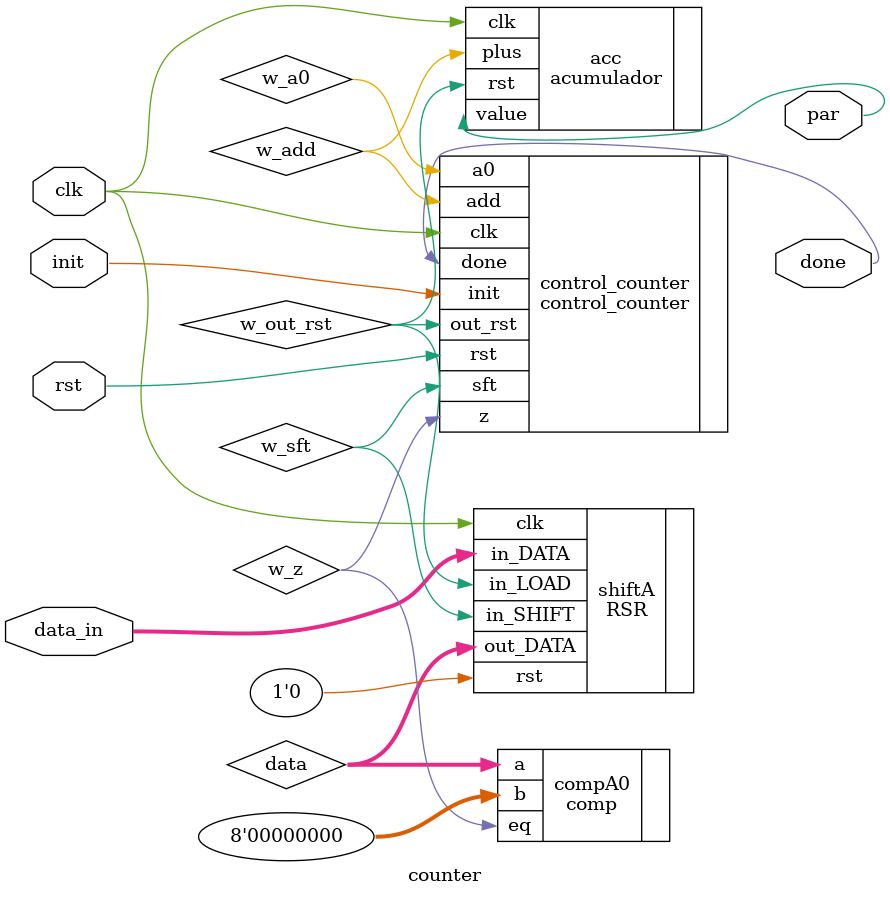
<source format=v>
module counter(
  clk,
  rst,
  init,
  data_in,
  par,
  done
);

  input clk;
  input rst;
  input init;
  input [7:0] data_in;

  output wire par;
  output wire done;

  wire w_sft;
  wire w_out_rst;
  wire w_add;
  wire w_z;
  wire w_a0;
  wire [7:0] data;

  control_counter control_counter (
    .clk(clk),
    .init(init),
    .rst(rst),
    .out_rst(w_out_rst),
    .z(w_z),
    .a0(w_a0),
    .sft(w_sft),
    .add(w_add),
    .done(done)
  );

  acumulador #(
    .WIDTH(1)
  ) acc (
    .clk(clk),
    .rst(w_out_rst),
    .plus(w_add),
    .value(par)
  );

  RSR shiftA(
    .clk(clk),
    .rst(1'b0),
    .in_DATA(data_in),
    .in_SHIFT(w_sft),
    .in_LOAD(w_out_rst),
    .out_DATA(data)
  );

  comp #(
    .WIDTH(8)
  ) compA0(
    .a(data),
    .b(8'b0),
    .eq(w_z)
  );




endmodule
</source>
